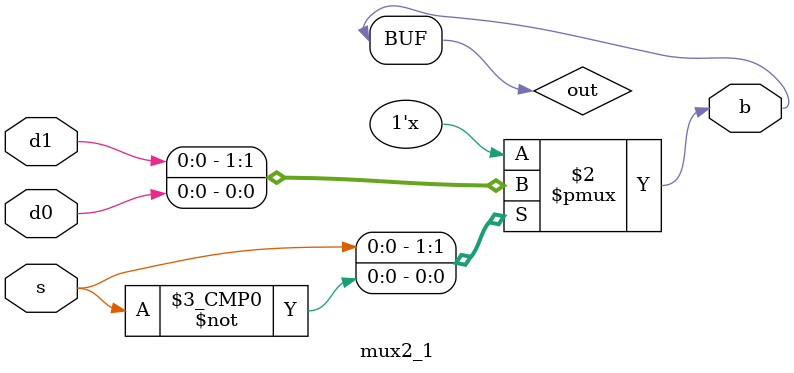
<source format=v>
module mux2_1(d0, d1, b, s);
	input s, d0, d1;
	output b;

	reg out;
	always @*case(s)
		1'b1 : out = d1;
		1'b0 : out = d0;
	endcase

	assign b = out;
endmodule
</source>
